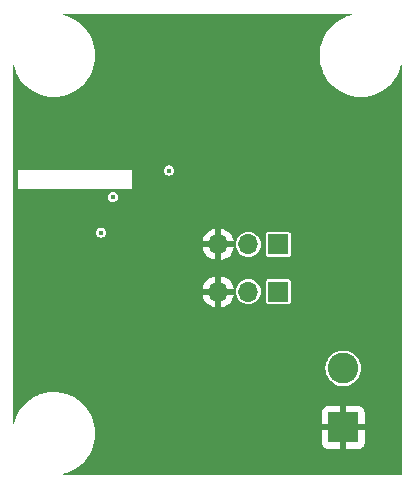
<source format=gbr>
%TF.GenerationSoftware,KiCad,Pcbnew,8.0.2*%
%TF.CreationDate,2025-01-11T01:09:32-03:00*%
%TF.ProjectId,LMH34400,4c4d4833-3434-4303-902e-6b696361645f,rev?*%
%TF.SameCoordinates,Original*%
%TF.FileFunction,Copper,L2,Inr*%
%TF.FilePolarity,Positive*%
%FSLAX46Y46*%
G04 Gerber Fmt 4.6, Leading zero omitted, Abs format (unit mm)*
G04 Created by KiCad (PCBNEW 8.0.2) date 2025-01-11 01:09:32*
%MOMM*%
%LPD*%
G01*
G04 APERTURE LIST*
%TA.AperFunction,ComponentPad*%
%ADD10R,2.600000X2.600000*%
%TD*%
%TA.AperFunction,ComponentPad*%
%ADD11C,2.600000*%
%TD*%
%TA.AperFunction,ComponentPad*%
%ADD12R,1.700000X1.700000*%
%TD*%
%TA.AperFunction,ComponentPad*%
%ADD13O,1.700000X1.700000*%
%TD*%
%TA.AperFunction,ViaPad*%
%ADD14C,0.450000*%
%TD*%
G04 APERTURE END LIST*
D10*
%TO.N,GND*%
%TO.C,J3*%
X135500000Y-88500000D03*
D11*
%TO.N,Net-(J3-Pin_2)*%
X135500000Y-83500000D03*
%TD*%
D12*
%TO.N,VCC*%
%TO.C,J5*%
X130000000Y-73000000D03*
D13*
%TO.N,Net-(J5-Pin_2)*%
X127460000Y-73000000D03*
%TO.N,GND*%
X124920000Y-73000000D03*
%TD*%
D12*
%TO.N,VCC*%
%TO.C,J4*%
X130000000Y-77000000D03*
D13*
%TO.N,Net-(J4-Pin_2)*%
X127460000Y-77000000D03*
%TO.N,GND*%
X124920000Y-77000000D03*
%TD*%
D14*
%TO.N,GND*%
X135500000Y-71000000D03*
X120500000Y-88000000D03*
X120500003Y-67916096D03*
X121000000Y-71000000D03*
X135500000Y-66000000D03*
X112000000Y-71000000D03*
X121500000Y-88000000D03*
X135500000Y-72000000D03*
X112000000Y-70000000D03*
X126000000Y-88000000D03*
X112000000Y-65000000D03*
X119500000Y-77500000D03*
X127500000Y-88000000D03*
X112000000Y-64000000D03*
X135500000Y-65000000D03*
X121000000Y-73000000D03*
X121000000Y-75000000D03*
%TO.N,VCC*%
X115000000Y-72000000D03*
%TO.N,Net-(J4-Pin_2)*%
X116000000Y-69000000D03*
%TO.N,Net-(J5-Pin_2)*%
X120750000Y-66750000D03*
%TD*%
%TA.AperFunction,Conductor*%
%TO.N,GND*%
G36*
X136199740Y-53514352D02*
G01*
X136214092Y-53549000D01*
X136199740Y-53583648D01*
X136177774Y-53596330D01*
X135916813Y-53666254D01*
X135916807Y-53666256D01*
X135916803Y-53666257D01*
X135916801Y-53666258D01*
X135819831Y-53703480D01*
X135574262Y-53797745D01*
X135247349Y-53964317D01*
X134939629Y-54164151D01*
X134939627Y-54164153D01*
X134654498Y-54395047D01*
X134654483Y-54395060D01*
X134395060Y-54654483D01*
X134395047Y-54654498D01*
X134164153Y-54939627D01*
X134164151Y-54939629D01*
X133964317Y-55247349D01*
X133797745Y-55574262D01*
X133756745Y-55681072D01*
X133694459Y-55843336D01*
X133666256Y-55916807D01*
X133666254Y-55916813D01*
X133571295Y-56271204D01*
X133513897Y-56633604D01*
X133494696Y-57000000D01*
X133513897Y-57366395D01*
X133571295Y-57728795D01*
X133666254Y-58083186D01*
X133666256Y-58083192D01*
X133666258Y-58083199D01*
X133750612Y-58302952D01*
X133797745Y-58425737D01*
X133819875Y-58469169D01*
X133963221Y-58750500D01*
X133964317Y-58752650D01*
X134164151Y-59060370D01*
X134164153Y-59060372D01*
X134395047Y-59345501D01*
X134395060Y-59345516D01*
X134654483Y-59604939D01*
X134654490Y-59604945D01*
X134654494Y-59604949D01*
X134654498Y-59604952D01*
X134939627Y-59835846D01*
X134939629Y-59835848D01*
X134939634Y-59835851D01*
X135247348Y-60035682D01*
X135574264Y-60202255D01*
X135916801Y-60333742D01*
X136271206Y-60428705D01*
X136633596Y-60486102D01*
X137000000Y-60505304D01*
X137366404Y-60486102D01*
X137728794Y-60428705D01*
X138083199Y-60333742D01*
X138425736Y-60202255D01*
X138752652Y-60035682D01*
X139060366Y-59835851D01*
X139345506Y-59604949D01*
X139604949Y-59345506D01*
X139835851Y-59060366D01*
X140035682Y-58752652D01*
X140202255Y-58425736D01*
X140333742Y-58083199D01*
X140403670Y-57822224D01*
X140426500Y-57792472D01*
X140463682Y-57787577D01*
X140493435Y-57810407D01*
X140500000Y-57834907D01*
X140500000Y-92451000D01*
X140485648Y-92485648D01*
X140451000Y-92500000D01*
X111834908Y-92500000D01*
X111800260Y-92485648D01*
X111785908Y-92451000D01*
X111800260Y-92416352D01*
X111822226Y-92403670D01*
X111884631Y-92386948D01*
X112083199Y-92333742D01*
X112425736Y-92202255D01*
X112752652Y-92035682D01*
X113060366Y-91835851D01*
X113345506Y-91604949D01*
X113604949Y-91345506D01*
X113835851Y-91060366D01*
X114035682Y-90752652D01*
X114202255Y-90425736D01*
X114333742Y-90083199D01*
X114428705Y-89728794D01*
X114486102Y-89366404D01*
X114505304Y-89000000D01*
X114486102Y-88633596D01*
X114428705Y-88271206D01*
X114333742Y-87916801D01*
X114202255Y-87574264D01*
X114035682Y-87247348D01*
X113973870Y-87152165D01*
X133700000Y-87152165D01*
X133700000Y-88250000D01*
X134899999Y-88250000D01*
X134874979Y-88310402D01*
X134850000Y-88435981D01*
X134850000Y-88564019D01*
X134874979Y-88689598D01*
X134899999Y-88750000D01*
X133700000Y-88750000D01*
X133700000Y-89847834D01*
X133706401Y-89907372D01*
X133706401Y-89907373D01*
X133756648Y-90042091D01*
X133842811Y-90157188D01*
X133957908Y-90243351D01*
X134092626Y-90293598D01*
X134152166Y-90300000D01*
X135250000Y-90300000D01*
X135250000Y-89100001D01*
X135310402Y-89125021D01*
X135435981Y-89150000D01*
X135564019Y-89150000D01*
X135689598Y-89125021D01*
X135750000Y-89100001D01*
X135750000Y-90300000D01*
X136847834Y-90300000D01*
X136907372Y-90293598D01*
X136907373Y-90293598D01*
X137042091Y-90243351D01*
X137157188Y-90157188D01*
X137243351Y-90042091D01*
X137293598Y-89907373D01*
X137293598Y-89907372D01*
X137300000Y-89847834D01*
X137300000Y-88750000D01*
X136100001Y-88750000D01*
X136125021Y-88689598D01*
X136150000Y-88564019D01*
X136150000Y-88435981D01*
X136125021Y-88310402D01*
X136100001Y-88250000D01*
X137300000Y-88250000D01*
X137300000Y-87152165D01*
X137293598Y-87092627D01*
X137293598Y-87092626D01*
X137243351Y-86957908D01*
X137157188Y-86842811D01*
X137042091Y-86756648D01*
X136907373Y-86706401D01*
X136847834Y-86700000D01*
X135750000Y-86700000D01*
X135750000Y-87899998D01*
X135689598Y-87874979D01*
X135564019Y-87850000D01*
X135435981Y-87850000D01*
X135310402Y-87874979D01*
X135250000Y-87899998D01*
X135250000Y-86700000D01*
X134152166Y-86700000D01*
X134092627Y-86706401D01*
X134092626Y-86706401D01*
X133957908Y-86756648D01*
X133842811Y-86842811D01*
X133756648Y-86957908D01*
X133706401Y-87092626D01*
X133706401Y-87092627D01*
X133700000Y-87152165D01*
X113973870Y-87152165D01*
X113835851Y-86939634D01*
X113835848Y-86939629D01*
X113835846Y-86939627D01*
X113604952Y-86654498D01*
X113604939Y-86654483D01*
X113345516Y-86395060D01*
X113345501Y-86395047D01*
X113060372Y-86164153D01*
X113060370Y-86164151D01*
X112752650Y-85964317D01*
X112425737Y-85797745D01*
X112302952Y-85750612D01*
X112083199Y-85666258D01*
X112083192Y-85666256D01*
X112083186Y-85666254D01*
X111728795Y-85571295D01*
X111630483Y-85555724D01*
X111366404Y-85513898D01*
X111366399Y-85513897D01*
X111366395Y-85513897D01*
X111000000Y-85494696D01*
X110633604Y-85513897D01*
X110633598Y-85513897D01*
X110633596Y-85513898D01*
X110467826Y-85540153D01*
X110271204Y-85571295D01*
X109916813Y-85666254D01*
X109916807Y-85666256D01*
X109916803Y-85666257D01*
X109916801Y-85666258D01*
X109819831Y-85703480D01*
X109574262Y-85797745D01*
X109247349Y-85964317D01*
X108939629Y-86164151D01*
X108939627Y-86164153D01*
X108654498Y-86395047D01*
X108654483Y-86395060D01*
X108395060Y-86654483D01*
X108395047Y-86654498D01*
X108164153Y-86939627D01*
X108164151Y-86939629D01*
X107964317Y-87247349D01*
X107797745Y-87574262D01*
X107756745Y-87681072D01*
X107694459Y-87843336D01*
X107666256Y-87916807D01*
X107666254Y-87916813D01*
X107596330Y-88177774D01*
X107573500Y-88207527D01*
X107536318Y-88212422D01*
X107506565Y-88189592D01*
X107500000Y-88165092D01*
X107500000Y-83500000D01*
X133994357Y-83500000D01*
X134014892Y-83747821D01*
X134075938Y-83988883D01*
X134175825Y-84216604D01*
X134175832Y-84216616D01*
X134311834Y-84424784D01*
X134480255Y-84607737D01*
X134480256Y-84607738D01*
X134676491Y-84760474D01*
X134676498Y-84760478D01*
X134676500Y-84760479D01*
X134895182Y-84878824D01*
X134895184Y-84878824D01*
X134895190Y-84878828D01*
X135130386Y-84959571D01*
X135375665Y-85000500D01*
X135375668Y-85000500D01*
X135624332Y-85000500D01*
X135624335Y-85000500D01*
X135869614Y-84959571D01*
X136104810Y-84878828D01*
X136323509Y-84760474D01*
X136519744Y-84607738D01*
X136688164Y-84424785D01*
X136824173Y-84216607D01*
X136924063Y-83988881D01*
X136985108Y-83747821D01*
X137005643Y-83500000D01*
X136985108Y-83252179D01*
X136924063Y-83011119D01*
X136824173Y-82783393D01*
X136824171Y-82783390D01*
X136824167Y-82783383D01*
X136688165Y-82575215D01*
X136519744Y-82392262D01*
X136323513Y-82239529D01*
X136323512Y-82239528D01*
X136323509Y-82239526D01*
X136323504Y-82239523D01*
X136323499Y-82239520D01*
X136104817Y-82121175D01*
X136104811Y-82121172D01*
X136104810Y-82121172D01*
X136085962Y-82114701D01*
X135869615Y-82040429D01*
X135808294Y-82030196D01*
X135624335Y-81999500D01*
X135375665Y-81999500D01*
X135228497Y-82024057D01*
X135130384Y-82040429D01*
X134895192Y-82121171D01*
X134895182Y-82121175D01*
X134676500Y-82239520D01*
X134676486Y-82239529D01*
X134480255Y-82392262D01*
X134480254Y-82392262D01*
X134311834Y-82575215D01*
X134175832Y-82783383D01*
X134175825Y-82783395D01*
X134075938Y-83011116D01*
X134014892Y-83252178D01*
X133994357Y-83500000D01*
X107500000Y-83500000D01*
X107500000Y-76749999D01*
X123589363Y-76749999D01*
X123589364Y-76750000D01*
X124486988Y-76750000D01*
X124454075Y-76807007D01*
X124420000Y-76934174D01*
X124420000Y-77065826D01*
X124454075Y-77192993D01*
X124486988Y-77250000D01*
X123589363Y-77250000D01*
X123646566Y-77463483D01*
X123646568Y-77463488D01*
X123746398Y-77677577D01*
X123746405Y-77677589D01*
X123881885Y-77871072D01*
X123881891Y-77871079D01*
X124048920Y-78038108D01*
X124048927Y-78038114D01*
X124242410Y-78173594D01*
X124242422Y-78173601D01*
X124456511Y-78273431D01*
X124456516Y-78273433D01*
X124670000Y-78330634D01*
X124670000Y-77433012D01*
X124727007Y-77465925D01*
X124854174Y-77500000D01*
X124985826Y-77500000D01*
X125112993Y-77465925D01*
X125170000Y-77433012D01*
X125170000Y-78330634D01*
X125383483Y-78273433D01*
X125383488Y-78273431D01*
X125597577Y-78173601D01*
X125597589Y-78173594D01*
X125791072Y-78038114D01*
X125791079Y-78038108D01*
X125958108Y-77871079D01*
X125958114Y-77871072D01*
X126093594Y-77677589D01*
X126093601Y-77677577D01*
X126193431Y-77463488D01*
X126193433Y-77463483D01*
X126250636Y-77250000D01*
X125353012Y-77250000D01*
X125385925Y-77192993D01*
X125420000Y-77065826D01*
X125420000Y-77000000D01*
X126404417Y-77000000D01*
X126424700Y-77205934D01*
X126484768Y-77403954D01*
X126582315Y-77586450D01*
X126713590Y-77746410D01*
X126873550Y-77877685D01*
X127056046Y-77975232D01*
X127254066Y-78035300D01*
X127460000Y-78055583D01*
X127665934Y-78035300D01*
X127863954Y-77975232D01*
X128046450Y-77877685D01*
X128206410Y-77746410D01*
X128337685Y-77586450D01*
X128435232Y-77403954D01*
X128495300Y-77205934D01*
X128515583Y-77000000D01*
X128495300Y-76794066D01*
X128435232Y-76596046D01*
X128337685Y-76413550D01*
X128206410Y-76253590D01*
X128056121Y-76130252D01*
X128949500Y-76130252D01*
X128949500Y-77869748D01*
X128961133Y-77928231D01*
X128978882Y-77954795D01*
X129005447Y-77994552D01*
X129032012Y-78012301D01*
X129071769Y-78038867D01*
X129130252Y-78050500D01*
X129130255Y-78050500D01*
X130869745Y-78050500D01*
X130869748Y-78050500D01*
X130928231Y-78038867D01*
X130994552Y-77994552D01*
X131038867Y-77928231D01*
X131050500Y-77869748D01*
X131050500Y-76130252D01*
X131038867Y-76071769D01*
X131007462Y-76024769D01*
X130994552Y-76005447D01*
X130933569Y-75964700D01*
X130928231Y-75961133D01*
X130869748Y-75949500D01*
X129130252Y-75949500D01*
X129071769Y-75961133D01*
X129005447Y-76005447D01*
X128961133Y-76071769D01*
X128949500Y-76130252D01*
X128056121Y-76130252D01*
X128046450Y-76122315D01*
X127863954Y-76024768D01*
X127665934Y-75964700D01*
X127460000Y-75944417D01*
X127254065Y-75964700D01*
X127254064Y-75964700D01*
X127056043Y-76024769D01*
X126873548Y-76122316D01*
X126713590Y-76253590D01*
X126582316Y-76413548D01*
X126484769Y-76596043D01*
X126424700Y-76794064D01*
X126424700Y-76794065D01*
X126424700Y-76794066D01*
X126404417Y-77000000D01*
X125420000Y-77000000D01*
X125420000Y-76934174D01*
X125385925Y-76807007D01*
X125353012Y-76750000D01*
X126250636Y-76750000D01*
X126250636Y-76749999D01*
X126193433Y-76536516D01*
X126193432Y-76536511D01*
X126093601Y-76322423D01*
X126093594Y-76322411D01*
X125958114Y-76128927D01*
X125958108Y-76128920D01*
X125791079Y-75961891D01*
X125791072Y-75961885D01*
X125597589Y-75826405D01*
X125597577Y-75826398D01*
X125383488Y-75726568D01*
X125383483Y-75726566D01*
X125170000Y-75669363D01*
X125170000Y-76566988D01*
X125112993Y-76534075D01*
X124985826Y-76500000D01*
X124854174Y-76500000D01*
X124727007Y-76534075D01*
X124670000Y-76566988D01*
X124670000Y-75669363D01*
X124669999Y-75669363D01*
X124456516Y-75726566D01*
X124456511Y-75726567D01*
X124242423Y-75826398D01*
X124242411Y-75826405D01*
X124048927Y-75961885D01*
X124048920Y-75961891D01*
X123881891Y-76128920D01*
X123881885Y-76128927D01*
X123746405Y-76322411D01*
X123746398Y-76322423D01*
X123646567Y-76536511D01*
X123646566Y-76536516D01*
X123589363Y-76749999D01*
X107500000Y-76749999D01*
X107500000Y-72749999D01*
X123589363Y-72749999D01*
X123589364Y-72750000D01*
X124486988Y-72750000D01*
X124454075Y-72807007D01*
X124420000Y-72934174D01*
X124420000Y-73065826D01*
X124454075Y-73192993D01*
X124486988Y-73250000D01*
X123589363Y-73250000D01*
X123646566Y-73463483D01*
X123646568Y-73463488D01*
X123746398Y-73677577D01*
X123746405Y-73677589D01*
X123881885Y-73871072D01*
X123881891Y-73871079D01*
X124048920Y-74038108D01*
X124048927Y-74038114D01*
X124242410Y-74173594D01*
X124242422Y-74173601D01*
X124456511Y-74273431D01*
X124456516Y-74273433D01*
X124670000Y-74330634D01*
X124670000Y-73433012D01*
X124727007Y-73465925D01*
X124854174Y-73500000D01*
X124985826Y-73500000D01*
X125112993Y-73465925D01*
X125170000Y-73433012D01*
X125170000Y-74330634D01*
X125383483Y-74273433D01*
X125383488Y-74273431D01*
X125597577Y-74173601D01*
X125597589Y-74173594D01*
X125791072Y-74038114D01*
X125791079Y-74038108D01*
X125958108Y-73871079D01*
X125958114Y-73871072D01*
X126093594Y-73677589D01*
X126093601Y-73677577D01*
X126193431Y-73463488D01*
X126193433Y-73463483D01*
X126250636Y-73250000D01*
X125353012Y-73250000D01*
X125385925Y-73192993D01*
X125420000Y-73065826D01*
X125420000Y-73000000D01*
X126404417Y-73000000D01*
X126424700Y-73205934D01*
X126484768Y-73403954D01*
X126582315Y-73586450D01*
X126713590Y-73746410D01*
X126873550Y-73877685D01*
X127056046Y-73975232D01*
X127254066Y-74035300D01*
X127460000Y-74055583D01*
X127665934Y-74035300D01*
X127863954Y-73975232D01*
X128046450Y-73877685D01*
X128206410Y-73746410D01*
X128337685Y-73586450D01*
X128435232Y-73403954D01*
X128495300Y-73205934D01*
X128515583Y-73000000D01*
X128495300Y-72794066D01*
X128435232Y-72596046D01*
X128337685Y-72413550D01*
X128206410Y-72253590D01*
X128056121Y-72130252D01*
X128949500Y-72130252D01*
X128949500Y-73869748D01*
X128961133Y-73928231D01*
X128978882Y-73954795D01*
X129005447Y-73994552D01*
X129032012Y-74012301D01*
X129071769Y-74038867D01*
X129130252Y-74050500D01*
X129130255Y-74050500D01*
X130869745Y-74050500D01*
X130869748Y-74050500D01*
X130928231Y-74038867D01*
X130994552Y-73994552D01*
X131038867Y-73928231D01*
X131050500Y-73869748D01*
X131050500Y-72130252D01*
X131038867Y-72071769D01*
X131007462Y-72024769D01*
X130994552Y-72005447D01*
X130933569Y-71964700D01*
X130928231Y-71961133D01*
X130869748Y-71949500D01*
X129130252Y-71949500D01*
X129071769Y-71961133D01*
X129005447Y-72005447D01*
X128961133Y-72071769D01*
X128949500Y-72130252D01*
X128056121Y-72130252D01*
X128046450Y-72122315D01*
X127863954Y-72024768D01*
X127665934Y-71964700D01*
X127460000Y-71944417D01*
X127254065Y-71964700D01*
X127254064Y-71964700D01*
X127056043Y-72024769D01*
X126873548Y-72122316D01*
X126713590Y-72253590D01*
X126582316Y-72413548D01*
X126484769Y-72596043D01*
X126424700Y-72794064D01*
X126424700Y-72794065D01*
X126424700Y-72794066D01*
X126404417Y-73000000D01*
X125420000Y-73000000D01*
X125420000Y-72934174D01*
X125385925Y-72807007D01*
X125353012Y-72750000D01*
X126250636Y-72750000D01*
X126250636Y-72749999D01*
X126193433Y-72536516D01*
X126193432Y-72536511D01*
X126093601Y-72322423D01*
X126093594Y-72322411D01*
X125958114Y-72128927D01*
X125958108Y-72128920D01*
X125791079Y-71961891D01*
X125791072Y-71961885D01*
X125597589Y-71826405D01*
X125597577Y-71826398D01*
X125383488Y-71726568D01*
X125383483Y-71726566D01*
X125170000Y-71669363D01*
X125170000Y-72566988D01*
X125112993Y-72534075D01*
X124985826Y-72500000D01*
X124854174Y-72500000D01*
X124727007Y-72534075D01*
X124670000Y-72566988D01*
X124670000Y-71669363D01*
X124669999Y-71669363D01*
X124456516Y-71726566D01*
X124456511Y-71726567D01*
X124242423Y-71826398D01*
X124242411Y-71826405D01*
X124048927Y-71961885D01*
X124048920Y-71961891D01*
X123881891Y-72128920D01*
X123881885Y-72128927D01*
X123746405Y-72322411D01*
X123746398Y-72322423D01*
X123646567Y-72536511D01*
X123646566Y-72536516D01*
X123589363Y-72749999D01*
X107500000Y-72749999D01*
X107500000Y-72000000D01*
X114569196Y-72000000D01*
X114590281Y-72133126D01*
X114590281Y-72133127D01*
X114590282Y-72133128D01*
X114651467Y-72253213D01*
X114651472Y-72253220D01*
X114746779Y-72348527D01*
X114746786Y-72348532D01*
X114826842Y-72389322D01*
X114866874Y-72409719D01*
X115000000Y-72430804D01*
X115133126Y-72409719D01*
X115216420Y-72367278D01*
X115253213Y-72348532D01*
X115253215Y-72348530D01*
X115253220Y-72348528D01*
X115348528Y-72253220D01*
X115409719Y-72133126D01*
X115430804Y-72000000D01*
X115409719Y-71866874D01*
X115389095Y-71826398D01*
X115348532Y-71746786D01*
X115348527Y-71746779D01*
X115253220Y-71651472D01*
X115253213Y-71651467D01*
X115133128Y-71590282D01*
X115133127Y-71590281D01*
X115133126Y-71590281D01*
X115000000Y-71569196D01*
X114866874Y-71590281D01*
X114866872Y-71590281D01*
X114866871Y-71590282D01*
X114746786Y-71651467D01*
X114746779Y-71651472D01*
X114651472Y-71746779D01*
X114651467Y-71746786D01*
X114590282Y-71866871D01*
X114590281Y-71866872D01*
X114590281Y-71866874D01*
X114569196Y-72000000D01*
X107500000Y-72000000D01*
X107500000Y-69000000D01*
X115569196Y-69000000D01*
X115590281Y-69133126D01*
X115590281Y-69133127D01*
X115590282Y-69133128D01*
X115651467Y-69253213D01*
X115651472Y-69253220D01*
X115746779Y-69348527D01*
X115746786Y-69348532D01*
X115826842Y-69389322D01*
X115866874Y-69409719D01*
X116000000Y-69430804D01*
X116133126Y-69409719D01*
X116216420Y-69367278D01*
X116253213Y-69348532D01*
X116253215Y-69348530D01*
X116253220Y-69348528D01*
X116348528Y-69253220D01*
X116409719Y-69133126D01*
X116430804Y-69000000D01*
X116409719Y-68866874D01*
X116389322Y-68826842D01*
X116348532Y-68746786D01*
X116348527Y-68746779D01*
X116253220Y-68651472D01*
X116253213Y-68651467D01*
X116133128Y-68590282D01*
X116133127Y-68590281D01*
X116133126Y-68590281D01*
X116000000Y-68569196D01*
X115866874Y-68590281D01*
X115866872Y-68590281D01*
X115866871Y-68590282D01*
X115746786Y-68651467D01*
X115746779Y-68651472D01*
X115651472Y-68746779D01*
X115651467Y-68746786D01*
X115590282Y-68866871D01*
X115590281Y-68866872D01*
X115590281Y-68866874D01*
X115569196Y-69000000D01*
X107500000Y-69000000D01*
X107500000Y-68300000D01*
X108000000Y-68300000D01*
X117650000Y-68300000D01*
X117650000Y-66750000D01*
X120319196Y-66750000D01*
X120340281Y-66883126D01*
X120340281Y-66883127D01*
X120340282Y-66883128D01*
X120401467Y-67003213D01*
X120401472Y-67003220D01*
X120496779Y-67098527D01*
X120496786Y-67098532D01*
X120576842Y-67139322D01*
X120616874Y-67159719D01*
X120750000Y-67180804D01*
X120883126Y-67159719D01*
X120966420Y-67117278D01*
X121003213Y-67098532D01*
X121003215Y-67098530D01*
X121003220Y-67098528D01*
X121098528Y-67003220D01*
X121159719Y-66883126D01*
X121180804Y-66750000D01*
X121159719Y-66616874D01*
X121139322Y-66576842D01*
X121098532Y-66496786D01*
X121098527Y-66496779D01*
X121003220Y-66401472D01*
X121003213Y-66401467D01*
X120883128Y-66340282D01*
X120883127Y-66340281D01*
X120883126Y-66340281D01*
X120750000Y-66319196D01*
X120616874Y-66340281D01*
X120616872Y-66340281D01*
X120616871Y-66340282D01*
X120496786Y-66401467D01*
X120496779Y-66401472D01*
X120401472Y-66496779D01*
X120401467Y-66496786D01*
X120340282Y-66616871D01*
X120340281Y-66616872D01*
X120340281Y-66616874D01*
X120319196Y-66750000D01*
X117650000Y-66750000D01*
X117650000Y-66700000D01*
X108000000Y-66700000D01*
X108000000Y-68300000D01*
X107500000Y-68300000D01*
X107500000Y-57834907D01*
X107514352Y-57800259D01*
X107549000Y-57785907D01*
X107583648Y-57800259D01*
X107596330Y-57822225D01*
X107666254Y-58083186D01*
X107666256Y-58083192D01*
X107666258Y-58083199D01*
X107750612Y-58302952D01*
X107797745Y-58425737D01*
X107819875Y-58469169D01*
X107963221Y-58750500D01*
X107964317Y-58752650D01*
X108164151Y-59060370D01*
X108164153Y-59060372D01*
X108395047Y-59345501D01*
X108395060Y-59345516D01*
X108654483Y-59604939D01*
X108654490Y-59604945D01*
X108654494Y-59604949D01*
X108654498Y-59604952D01*
X108939627Y-59835846D01*
X108939629Y-59835848D01*
X108939634Y-59835851D01*
X109247348Y-60035682D01*
X109574264Y-60202255D01*
X109916801Y-60333742D01*
X110271206Y-60428705D01*
X110633596Y-60486102D01*
X111000000Y-60505304D01*
X111366404Y-60486102D01*
X111728794Y-60428705D01*
X112083199Y-60333742D01*
X112425736Y-60202255D01*
X112752652Y-60035682D01*
X113060366Y-59835851D01*
X113345506Y-59604949D01*
X113604949Y-59345506D01*
X113835851Y-59060366D01*
X114035682Y-58752652D01*
X114202255Y-58425736D01*
X114333742Y-58083199D01*
X114428705Y-57728794D01*
X114486102Y-57366404D01*
X114505304Y-57000000D01*
X114486102Y-56633596D01*
X114428705Y-56271206D01*
X114333742Y-55916801D01*
X114202255Y-55574264D01*
X114035682Y-55247348D01*
X113835851Y-54939634D01*
X113835848Y-54939629D01*
X113835846Y-54939627D01*
X113604952Y-54654498D01*
X113604939Y-54654483D01*
X113345516Y-54395060D01*
X113345501Y-54395047D01*
X113060372Y-54164153D01*
X113060370Y-54164151D01*
X112752650Y-53964317D01*
X112425737Y-53797745D01*
X112302952Y-53750612D01*
X112083199Y-53666258D01*
X112083192Y-53666256D01*
X112083186Y-53666254D01*
X111822226Y-53596330D01*
X111792473Y-53573500D01*
X111787578Y-53536318D01*
X111810408Y-53506565D01*
X111834908Y-53500000D01*
X136165092Y-53500000D01*
X136199740Y-53514352D01*
G37*
%TD.AperFunction*%
%TD*%
M02*

</source>
